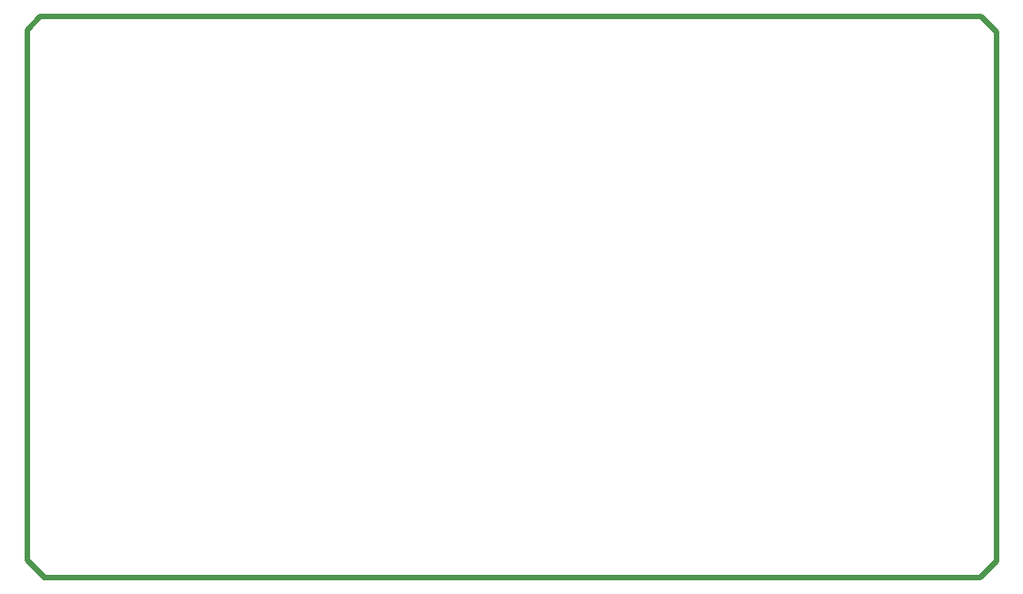
<source format=gko>
G04*
G04 #@! TF.GenerationSoftware,Altium Limited,Altium Designer,24.1.2 (44)*
G04*
G04 Layer_Color=16711935*
%FSLAX44Y44*%
%MOMM*%
G71*
G04*
G04 #@! TF.SameCoordinates,1A3C5EF7-D8C1-486F-82F1-317441259842*
G04*
G04*
G04 #@! TF.FilePolarity,Positive*
G04*
G01*
G75*
%ADD62C,0.5000*%
D62*
X106Y15393D02*
X15250Y249D01*
X106Y15393D02*
Y507741D01*
X12337Y519971D01*
X885990D01*
X899974Y505987D01*
Y15000D02*
Y505987D01*
X884974Y0D02*
X899974Y15000D01*
X15250Y0D02*
X884974D01*
M02*

</source>
